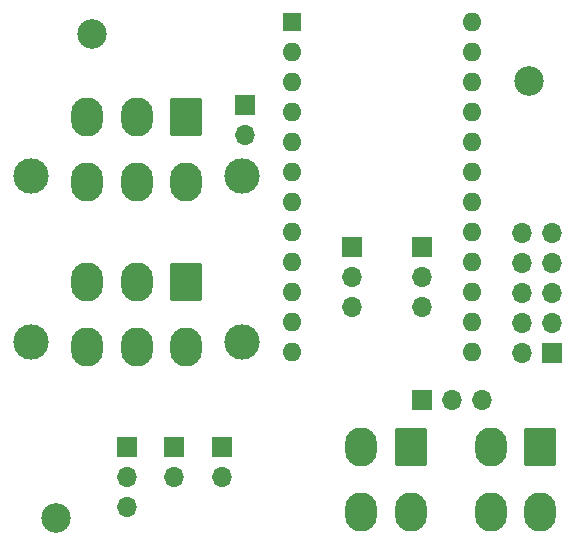
<source format=gbr>
%TF.GenerationSoftware,KiCad,Pcbnew,(6.0.9)*%
%TF.CreationDate,2023-01-21T10:16:39-09:00*%
%TF.ProjectId,CONTROLLER_Radar Altimeter,434f4e54-524f-44c4-9c45-525f52616461,1*%
%TF.SameCoordinates,Original*%
%TF.FileFunction,Soldermask,Bot*%
%TF.FilePolarity,Negative*%
%FSLAX46Y46*%
G04 Gerber Fmt 4.6, Leading zero omitted, Abs format (unit mm)*
G04 Created by KiCad (PCBNEW (6.0.9)) date 2023-01-21 10:16:39*
%MOMM*%
%LPD*%
G01*
G04 APERTURE LIST*
G04 Aperture macros list*
%AMRoundRect*
0 Rectangle with rounded corners*
0 $1 Rounding radius*
0 $2 $3 $4 $5 $6 $7 $8 $9 X,Y pos of 4 corners*
0 Add a 4 corners polygon primitive as box body*
4,1,4,$2,$3,$4,$5,$6,$7,$8,$9,$2,$3,0*
0 Add four circle primitives for the rounded corners*
1,1,$1+$1,$2,$3*
1,1,$1+$1,$4,$5*
1,1,$1+$1,$6,$7*
1,1,$1+$1,$8,$9*
0 Add four rect primitives between the rounded corners*
20,1,$1+$1,$2,$3,$4,$5,0*
20,1,$1+$1,$4,$5,$6,$7,0*
20,1,$1+$1,$6,$7,$8,$9,0*
20,1,$1+$1,$8,$9,$2,$3,0*%
G04 Aperture macros list end*
%ADD10O,1.700000X1.700000*%
%ADD11R,1.700000X1.700000*%
%ADD12C,3.000000*%
%ADD13O,2.700000X3.300000*%
%ADD14RoundRect,0.250001X1.099999X1.399999X-1.099999X1.399999X-1.099999X-1.399999X1.099999X-1.399999X0*%
%ADD15O,1.600000X1.600000*%
%ADD16R,1.600000X1.600000*%
%ADD17C,2.500000*%
G04 APERTURE END LIST*
D10*
%TO.C,J17*%
X-63309240Y49000000D03*
X-65849240Y49000000D03*
D11*
X-68389240Y49000000D03*
%TD*%
D12*
%TO.C,J2*%
X-101489240Y53960000D03*
X-83689240Y53960000D03*
D13*
X-96789240Y53500000D03*
X-92589240Y53500000D03*
X-88389240Y53500000D03*
X-96789240Y59000000D03*
X-92589240Y59000000D03*
D14*
X-88389240Y59000000D03*
%TD*%
D12*
%TO.C,J1*%
X-101489240Y67960000D03*
X-83689240Y67960000D03*
D13*
X-96789240Y67500000D03*
X-92589240Y67500000D03*
X-88389240Y67500000D03*
X-96789240Y73000000D03*
X-92589240Y73000000D03*
D14*
X-88389240Y73000000D03*
%TD*%
D15*
%TO.C,U0*%
X-64149240Y81000000D03*
X-79389240Y53060000D03*
X-64149240Y78460000D03*
X-79389240Y55600000D03*
X-64149240Y75920000D03*
X-79389240Y58140000D03*
X-64149240Y73380000D03*
X-79389240Y60680000D03*
X-64149240Y70840000D03*
X-79389240Y63220000D03*
X-64149240Y68300000D03*
X-79389240Y65760000D03*
X-64149240Y65760000D03*
X-79389240Y68300000D03*
X-64149240Y63220000D03*
X-79389240Y70840000D03*
X-64149240Y60680000D03*
X-79389240Y73380000D03*
X-64149240Y58140000D03*
X-79389240Y75920000D03*
X-64149240Y55600000D03*
X-79389240Y78460000D03*
X-64149240Y53060000D03*
D16*
X-79389240Y81000000D03*
%TD*%
D17*
%TO.C,MK3*%
X-59389240Y76000000D03*
%TD*%
%TO.C,MK2*%
X-99389240Y39000000D03*
%TD*%
%TO.C,MK1*%
X-96389240Y80000000D03*
%TD*%
D10*
%TO.C,JP2*%
X-68389240Y56920000D03*
X-68389240Y59460000D03*
D11*
X-68389240Y62000000D03*
%TD*%
D10*
%TO.C,JP1*%
X-74389240Y56920000D03*
X-74389240Y59460000D03*
D11*
X-74389240Y62000000D03*
%TD*%
D10*
%TO.C,J16*%
X-83389240Y71460000D03*
D11*
X-83389240Y74000000D03*
%TD*%
D10*
%TO.C,J15*%
X-93389240Y39920000D03*
X-93389240Y42460000D03*
D11*
X-93389240Y45000000D03*
%TD*%
D10*
%TO.C,J14*%
X-85389240Y42460000D03*
D11*
X-85389240Y45000000D03*
%TD*%
D10*
%TO.C,J13*%
X-89389240Y42460000D03*
D11*
X-89389240Y45000000D03*
%TD*%
D10*
%TO.C,J5*%
X-59929240Y63160000D03*
X-57389240Y63160000D03*
X-59929240Y60620000D03*
X-57389240Y60620000D03*
X-59929240Y58080000D03*
X-57389240Y58080000D03*
X-59929240Y55540000D03*
X-57389240Y55540000D03*
X-59929240Y53000000D03*
D11*
X-57389240Y53000000D03*
%TD*%
D13*
%TO.C,J4*%
X-62589240Y39500000D03*
X-58389240Y39500000D03*
X-62589240Y45000000D03*
D14*
X-58389240Y45000000D03*
%TD*%
D13*
%TO.C,J3*%
X-73589240Y39500000D03*
X-69389240Y39500000D03*
X-73589240Y45000000D03*
D14*
X-69389240Y45000000D03*
%TD*%
M02*

</source>
